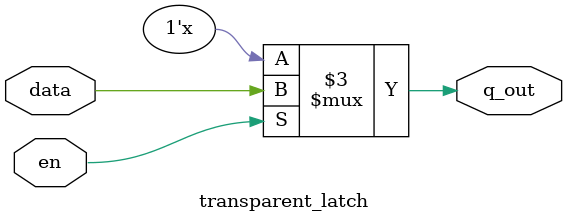
<source format=v>
`timescale 1ns / 1ps

module transparent_latch(q_out, en, data);
    output q_out;
    input en, data;
    reg q_out;
    
    always @ (en or data)
        begin
            if(en)q_out = data;
        end
endmodule

</source>
